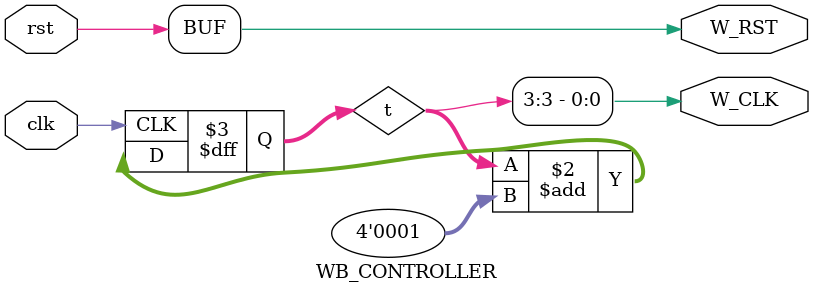
<source format=v>
module WB_CONTROLLER(
	input clk,
	input rst,
	
	output wire W_CLK,
	output wire W_RST
);

reg [3:0] t;

assign W_RST = rst;
assign W_CLK = t[3];

always @(posedge clk)
	t = t + 4'b0001;
	
	

endmodule

</source>
